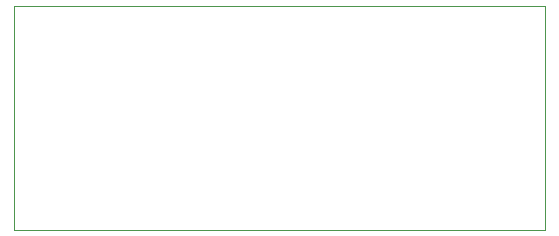
<source format=gm1>
%TF.GenerationSoftware,KiCad,Pcbnew,5.1.8-db9833491~88~ubuntu20.04.1*%
%TF.CreationDate,2021-02-21T13:37:15+01:00*%
%TF.ProjectId,RF_STICK,52465f53-5449-4434-9b2e-6b696361645f,rev?*%
%TF.SameCoordinates,PX8f0d180PY41cdb40*%
%TF.FileFunction,Profile,NP*%
%FSLAX46Y46*%
G04 Gerber Fmt 4.6, Leading zero omitted, Abs format (unit mm)*
G04 Created by KiCad (PCBNEW 5.1.8-db9833491~88~ubuntu20.04.1) date 2021-02-21 13:37:15*
%MOMM*%
%LPD*%
G01*
G04 APERTURE LIST*
%TA.AperFunction,Profile*%
%ADD10C,0.050000*%
%TD*%
G04 APERTURE END LIST*
D10*
X0Y0D02*
X0Y19000000D01*
X45000000Y0D02*
X0Y0D01*
X45000000Y19000000D02*
X45000000Y0D01*
X0Y19000000D02*
X45000000Y19000000D01*
M02*

</source>
